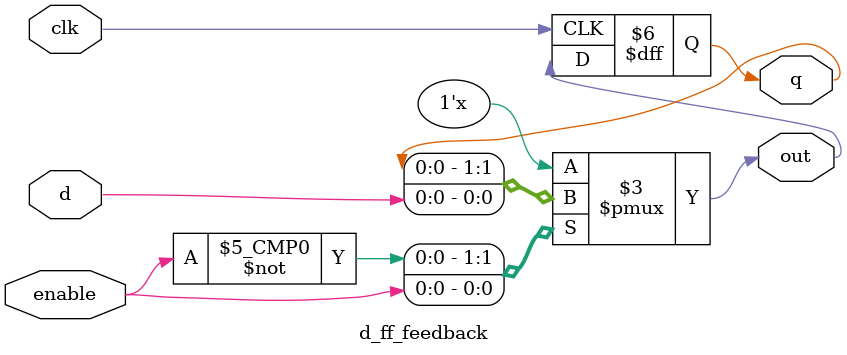
<source format=v>
module d_ff_feedback( input d,input clk,input enable,output reg out,output reg q); 
   always @(*)
   begin
    case(enable)
      1'b0:out=q;
      1'b1:out=d;
    endcase
  end
    always @ (posedge clk)
     begin
       q<=out;
     end
  endmodule
  

</source>
